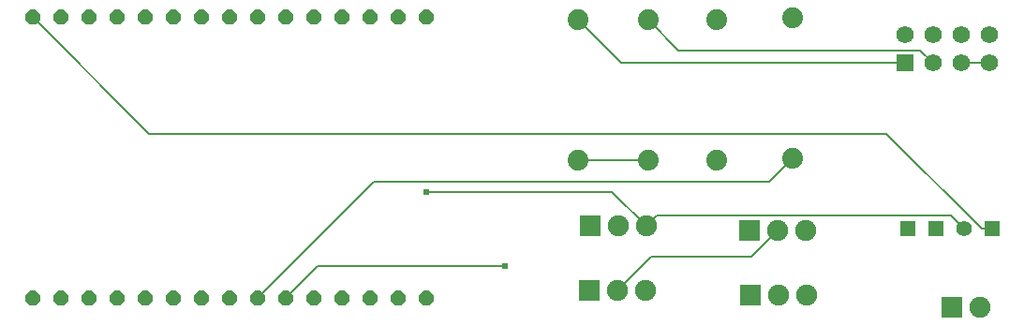
<source format=gtl>
G04 Layer: TopLayer*
G04 EasyEDA v6.1.41, Thu, 16 May 2019 00:08:59 GMT*
G04 b21515e386d141b59637374f5c53cbe5,dfa15b47affc40b8846523cd8aea0214,10*
G04 Gerber Generator version 0.2*
G04 Scale: 100 percent, Rotated: No, Reflected: No *
G04 Dimensions in millimeters *
G04 leading zeros omitted , absolute positions ,3 integer and 3 decimal *
%FSLAX33Y33*%
%MOMM*%
G90*
G71D02*

%ADD11C,0.159995*%
%ADD12C,0.610006*%
%ADD13R,1.899996X1.899996*%
%ADD14C,1.899996*%
%ADD15R,1.905000X1.905000*%
%ADD16C,1.905000*%
%ADD17R,1.574800X1.574800*%
%ADD18C,1.574800*%
%ADD19C,1.879600*%
%ADD20R,1.399540X1.399540*%
%ADD21C,1.399540*%

%LPD*%
G54D11*
G01X66167Y10648D02*
G01X63070Y13744D01*
G01X46268Y13744D01*
G01X66167Y10648D02*
G01X67111Y11592D01*
G01X93670Y11592D01*
G01X94869Y10394D01*
G01X97155Y25380D02*
G01X94615Y25380D01*
G01X59944Y29317D02*
G01X63881Y25380D01*
G01X89535Y25380D01*
G01X66294Y29317D02*
G01X69075Y26535D01*
G01X90919Y26535D01*
G01X92075Y25380D01*
G01X33545Y4155D02*
G01X36426Y7036D01*
G01X53370Y7036D01*
G01X66294Y16617D02*
G01X59944Y16617D01*
G01X63500Y4806D02*
G01X66616Y7920D01*
G01X75633Y7920D01*
G01X77978Y10267D01*
G01X31005Y4155D02*
G01X41508Y14661D01*
G01X77292Y14661D01*
G01X79375Y16744D01*
G01X97409Y10394D02*
G01X96466Y10394D01*
G01X10685Y29555D02*
G01X21216Y19024D01*
G01X87835Y19024D01*
G01X96466Y10394D01*
G36*
G01X46518Y28899D02*
G01X46903Y29284D01*
G01X46903Y29829D01*
G01X46518Y30214D01*
G01X45973Y30214D01*
G01X45588Y29829D01*
G01X45588Y29284D01*
G01X45973Y28899D01*
G01X46518Y28899D01*
G37*
G36*
G01X43978Y28899D02*
G01X44363Y29284D01*
G01X44363Y29829D01*
G01X43978Y30214D01*
G01X43433Y30214D01*
G01X43048Y29829D01*
G01X43048Y29284D01*
G01X43433Y28899D01*
G01X43978Y28899D01*
G37*
G36*
G01X41438Y28899D02*
G01X41823Y29284D01*
G01X41823Y29829D01*
G01X41438Y30214D01*
G01X40893Y30214D01*
G01X40508Y29829D01*
G01X40508Y29284D01*
G01X40893Y28899D01*
G01X41438Y28899D01*
G37*
G36*
G01X38898Y28899D02*
G01X39283Y29284D01*
G01X39283Y29829D01*
G01X38898Y30214D01*
G01X38353Y30214D01*
G01X37968Y29829D01*
G01X37968Y29284D01*
G01X38353Y28899D01*
G01X38898Y28899D01*
G37*
G36*
G01X36358Y28899D02*
G01X36743Y29284D01*
G01X36743Y29829D01*
G01X36358Y30214D01*
G01X35813Y30214D01*
G01X35428Y29829D01*
G01X35428Y29284D01*
G01X35813Y28899D01*
G01X36358Y28899D01*
G37*
G36*
G01X33818Y28899D02*
G01X34203Y29284D01*
G01X34203Y29829D01*
G01X33818Y30214D01*
G01X33273Y30214D01*
G01X32888Y29829D01*
G01X32888Y29284D01*
G01X33273Y28899D01*
G01X33818Y28899D01*
G37*
G36*
G01X31278Y28899D02*
G01X31663Y29284D01*
G01X31663Y29829D01*
G01X31278Y30214D01*
G01X30733Y30214D01*
G01X30348Y29829D01*
G01X30348Y29284D01*
G01X30733Y28899D01*
G01X31278Y28899D01*
G37*
G36*
G01X28738Y28899D02*
G01X29123Y29284D01*
G01X29123Y29829D01*
G01X28738Y30214D01*
G01X28193Y30214D01*
G01X27808Y29829D01*
G01X27808Y29284D01*
G01X28193Y28899D01*
G01X28738Y28899D01*
G37*
G36*
G01X26198Y28899D02*
G01X26583Y29284D01*
G01X26583Y29829D01*
G01X26198Y30214D01*
G01X25653Y30214D01*
G01X25268Y29829D01*
G01X25268Y29284D01*
G01X25653Y28899D01*
G01X26198Y28899D01*
G37*
G36*
G01X23658Y28899D02*
G01X24043Y29284D01*
G01X24043Y29829D01*
G01X23658Y30214D01*
G01X23113Y30214D01*
G01X22728Y29829D01*
G01X22728Y29284D01*
G01X23113Y28899D01*
G01X23658Y28899D01*
G37*
G36*
G01X21118Y28899D02*
G01X21503Y29284D01*
G01X21503Y29829D01*
G01X21118Y30214D01*
G01X20573Y30214D01*
G01X20188Y29829D01*
G01X20188Y29284D01*
G01X20573Y28899D01*
G01X21118Y28899D01*
G37*
G36*
G01X18578Y28899D02*
G01X18963Y29284D01*
G01X18963Y29829D01*
G01X18578Y30214D01*
G01X18033Y30214D01*
G01X17648Y29829D01*
G01X17648Y29284D01*
G01X18033Y28899D01*
G01X18578Y28899D01*
G37*
G36*
G01X16038Y28899D02*
G01X16423Y29284D01*
G01X16423Y29829D01*
G01X16038Y30214D01*
G01X15493Y30214D01*
G01X15108Y29829D01*
G01X15108Y29284D01*
G01X15493Y28899D01*
G01X16038Y28899D01*
G37*
G36*
G01X13498Y28899D02*
G01X13883Y29284D01*
G01X13883Y29829D01*
G01X13498Y30214D01*
G01X12953Y30214D01*
G01X12568Y29829D01*
G01X12568Y29284D01*
G01X12953Y28899D01*
G01X13498Y28899D01*
G37*
G36*
G01X10958Y28899D02*
G01X11343Y29284D01*
G01X11343Y29829D01*
G01X10958Y30214D01*
G01X10413Y30214D01*
G01X10028Y29829D01*
G01X10028Y29284D01*
G01X10413Y28899D01*
G01X10958Y28899D01*
G37*
G36*
G01X46518Y3499D02*
G01X46903Y3884D01*
G01X46903Y4429D01*
G01X46518Y4814D01*
G01X45973Y4814D01*
G01X45588Y4429D01*
G01X45588Y3884D01*
G01X45973Y3499D01*
G01X46518Y3499D01*
G37*
G36*
G01X43978Y3499D02*
G01X44363Y3884D01*
G01X44363Y4429D01*
G01X43978Y4814D01*
G01X43433Y4814D01*
G01X43048Y4429D01*
G01X43048Y3884D01*
G01X43433Y3499D01*
G01X43978Y3499D01*
G37*
G36*
G01X41438Y3499D02*
G01X41823Y3884D01*
G01X41823Y4429D01*
G01X41438Y4814D01*
G01X40893Y4814D01*
G01X40508Y4429D01*
G01X40508Y3884D01*
G01X40893Y3499D01*
G01X41438Y3499D01*
G37*
G36*
G01X38898Y3499D02*
G01X39283Y3884D01*
G01X39283Y4429D01*
G01X38898Y4814D01*
G01X38353Y4814D01*
G01X37968Y4429D01*
G01X37968Y3884D01*
G01X38353Y3499D01*
G01X38898Y3499D01*
G37*
G36*
G01X36358Y3499D02*
G01X36743Y3884D01*
G01X36743Y4429D01*
G01X36358Y4814D01*
G01X35813Y4814D01*
G01X35428Y4429D01*
G01X35428Y3884D01*
G01X35813Y3499D01*
G01X36358Y3499D01*
G37*
G36*
G01X33818Y3499D02*
G01X34203Y3884D01*
G01X34203Y4429D01*
G01X33818Y4814D01*
G01X33273Y4814D01*
G01X32888Y4429D01*
G01X32888Y3884D01*
G01X33273Y3499D01*
G01X33818Y3499D01*
G37*
G36*
G01X31278Y3499D02*
G01X31663Y3884D01*
G01X31663Y4429D01*
G01X31278Y4814D01*
G01X30733Y4814D01*
G01X30348Y4429D01*
G01X30348Y3884D01*
G01X30733Y3499D01*
G01X31278Y3499D01*
G37*
G36*
G01X28738Y3499D02*
G01X29123Y3884D01*
G01X29123Y4429D01*
G01X28738Y4814D01*
G01X28193Y4814D01*
G01X27808Y4429D01*
G01X27808Y3884D01*
G01X28193Y3499D01*
G01X28738Y3499D01*
G37*
G36*
G01X26198Y3499D02*
G01X26583Y3884D01*
G01X26583Y4429D01*
G01X26198Y4814D01*
G01X25653Y4814D01*
G01X25268Y4429D01*
G01X25268Y3884D01*
G01X25653Y3499D01*
G01X26198Y3499D01*
G37*
G36*
G01X23658Y3499D02*
G01X24043Y3884D01*
G01X24043Y4429D01*
G01X23658Y4814D01*
G01X23113Y4814D01*
G01X22728Y4429D01*
G01X22728Y3884D01*
G01X23113Y3499D01*
G01X23658Y3499D01*
G37*
G36*
G01X21118Y3499D02*
G01X21503Y3884D01*
G01X21503Y4429D01*
G01X21118Y4814D01*
G01X20573Y4814D01*
G01X20188Y4429D01*
G01X20188Y3884D01*
G01X20573Y3499D01*
G01X21118Y3499D01*
G37*
G36*
G01X18578Y3499D02*
G01X18963Y3884D01*
G01X18963Y4429D01*
G01X18578Y4814D01*
G01X18033Y4814D01*
G01X17648Y4429D01*
G01X17648Y3884D01*
G01X18033Y3499D01*
G01X18578Y3499D01*
G37*
G36*
G01X16038Y3499D02*
G01X16423Y3884D01*
G01X16423Y4429D01*
G01X16038Y4814D01*
G01X15493Y4814D01*
G01X15108Y4429D01*
G01X15108Y3884D01*
G01X15493Y3499D01*
G01X16038Y3499D01*
G37*
G36*
G01X13498Y3499D02*
G01X13883Y3884D01*
G01X13883Y4429D01*
G01X13498Y4814D01*
G01X12953Y4814D01*
G01X12568Y4429D01*
G01X12568Y3884D01*
G01X12953Y3499D01*
G01X13498Y3499D01*
G37*
G36*
G01X10958Y3499D02*
G01X11343Y3884D01*
G01X11343Y4429D01*
G01X10958Y4814D01*
G01X10413Y4814D01*
G01X10028Y4429D01*
G01X10028Y3884D01*
G01X10413Y3499D01*
G01X10958Y3499D01*
G37*
G54D13*
G01X93726Y3282D03*
G54D14*
G01X96266Y3282D03*
G54D15*
G01X75438Y10267D03*
G54D16*
G01X77978Y10267D03*
G01X80518Y10267D03*
G54D15*
G01X60960Y4806D03*
G54D16*
G01X63500Y4806D03*
G01X66040Y4806D03*
G54D17*
G01X89535Y25380D03*
G54D18*
G01X89535Y27920D03*
G01X92075Y25380D03*
G01X92075Y27920D03*
G01X94615Y25380D03*
G01X94615Y27920D03*
G01X97155Y25380D03*
G01X97155Y27920D03*
G54D15*
G01X75565Y4425D03*
G54D16*
G01X78105Y4425D03*
G01X80645Y4425D03*
G54D15*
G01X61087Y10648D03*
G54D16*
G01X63627Y10648D03*
G01X66167Y10648D03*
G54D19*
G01X59944Y16617D03*
G01X59944Y29317D03*
G01X72517Y16617D03*
G01X72517Y29317D03*
G01X66294Y16617D03*
G01X66294Y29317D03*
G01X79375Y16744D03*
G01X79375Y29444D03*
G54D20*
G01X89789Y10394D03*
G01X92329Y10394D03*
G54D21*
G01X94869Y10394D03*
G54D20*
G01X97409Y10394D03*
G54D12*
G01X46268Y13744D03*
G01X53370Y7036D03*
M00*
M02*

</source>
